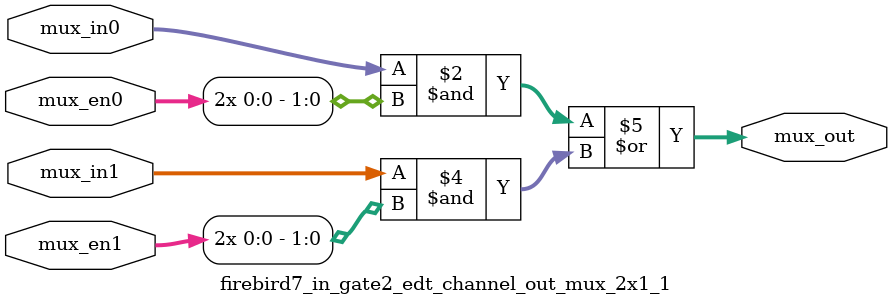
<source format=v>

module firebird7_in_gate2_edt_channel_out_mux_2x1_1 (
  mux_in0, mux_en0,
  mux_in1, mux_en1,
  mux_out
);
 
input  [1:0]   mux_in0, mux_in1;
input  [0:0]   mux_en0;
input  [0:0]   mux_en1;
output [1:0]   mux_out;
 
assign mux_out = ( mux_in0 & {2{|mux_en0}} ) |
               ( mux_in1 & {2{|mux_en1}} ) ;
 
endmodule

</source>
